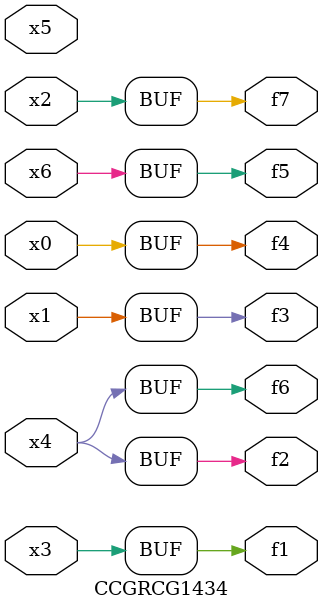
<source format=v>
module CCGRCG1434(
	input x0, x1, x2, x3, x4, x5, x6,
	output f1, f2, f3, f4, f5, f6, f7
);
	assign f1 = x3;
	assign f2 = x4;
	assign f3 = x1;
	assign f4 = x0;
	assign f5 = x6;
	assign f6 = x4;
	assign f7 = x2;
endmodule

</source>
